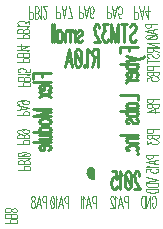
<source format=gbo>
G04 DipTrace 2.4.0.2*
%INSTM32small.gbo*%
%MOMM*%
%ADD10C,0.25*%
%ADD14C,0.114*%
%ADD50O,0.723X0.863*%
%ADD85C,0.235*%
%FSLAX53Y53*%
G04*
G71*
G90*
G75*
G01*
%LNBotSilk*%
%LPD*%
G36*
X19370Y15225D2*
X18753Y15858D1*
X19236Y16205D1*
X19363Y16048D1*
X19370Y15225D1*
G37*
D50*
X19088Y15920D3*
X19373Y15341D2*
D10*
G02X18856Y15845I68J586D01*
G01*
X19386Y15365D2*
G03X19326Y15985I-970J219D01*
G01*
X21607Y26032D2*
D85*
Y26506D1*
X23138D1*
X22336D2*
Y26215D1*
X22117Y25760D2*
X23138Y25541D1*
X23430Y25614D1*
X23576Y25687D1*
X23649Y25760D1*
Y25797D1*
X22117Y25322D2*
X23138Y25541D1*
X21607Y25087D2*
X23138D1*
X22336D2*
X22190Y25014D1*
X22117Y24941D1*
Y24832D1*
X22190Y24759D1*
X22336Y24686D1*
X22555Y24650D1*
X22700D1*
X22919Y24686D1*
X23064Y24759D1*
X23138Y24832D1*
Y24941D1*
X23064Y25014D1*
X22919Y25087D1*
X22555Y24415D2*
Y23978D1*
X22409D1*
X22262Y24014D1*
X22190Y24050D1*
X22117Y24123D1*
Y24233D1*
X22190Y24305D1*
X22336Y24378D1*
X22555Y24415D1*
X22700D1*
X22919Y24378D1*
X23064Y24305D1*
X23138Y24233D1*
Y24123D1*
X23064Y24050D1*
X22919Y23978D1*
X22117Y23742D2*
X23138D1*
X22555D2*
X22336Y23705D1*
X22190Y23633D1*
X22117Y23559D1*
Y23450D1*
X21607Y22474D2*
X23138D1*
Y22037D1*
X22117Y21364D2*
X23138D1*
X22336D2*
X22190Y21437D1*
X22117Y21510D1*
Y21619D1*
X22190Y21692D1*
X22336Y21764D1*
X22555Y21802D1*
X22700D1*
X22919Y21764D1*
X23064Y21692D1*
X23138Y21619D1*
Y21510D1*
X23064Y21437D1*
X22919Y21364D1*
X21607Y21129D2*
X23138D1*
X22336D2*
X22190Y21056D1*
X22117Y20983D1*
Y20874D1*
X22190Y20801D1*
X22336Y20728D1*
X22555Y20692D1*
X22700D1*
X22919Y20728D1*
X23064Y20801D1*
X23138Y20874D1*
Y20983D1*
X23064Y21056D1*
X22919Y21129D1*
X22336Y20056D2*
X22190Y20092D1*
X22117Y20201D1*
Y20311D1*
X22190Y20420D1*
X22336Y20457D1*
X22481Y20420D1*
X22555Y20347D1*
X22628Y20165D1*
X22700Y20092D1*
X22847Y20056D1*
X22919D1*
X23064Y20092D1*
X23138Y20201D1*
Y20311D1*
X23064Y20420D1*
X22919Y20457D1*
X21607Y19080D2*
X23138D1*
X22117Y18844D2*
X23138D1*
X22409D2*
X22190Y18735D1*
X22117Y18662D1*
Y18553D1*
X22190Y18480D1*
X22409Y18443D1*
X23138D1*
X22336Y17770D2*
X22190Y17843D1*
X22117Y17917D1*
Y18025D1*
X22190Y18099D1*
X22336Y18171D1*
X22555Y18208D1*
X22700D1*
X22919Y18171D1*
X23064Y18099D1*
X23138Y18025D1*
Y17917D1*
X23064Y17843D1*
X22919Y17770D1*
X22992Y17499D2*
X23066Y17535D1*
X23138Y17499D1*
X23066Y17462D1*
X22992Y17499D1*
X19749Y25659D2*
X19421D1*
X19312Y25733D1*
X19275Y25806D1*
X19239Y25951D1*
Y26097D1*
X19275Y26242D1*
X19312Y26316D1*
X19421Y26389D1*
X19749D1*
Y24857D1*
X19494Y25659D2*
X19239Y24857D1*
X19003Y26096D2*
X18930Y26170D1*
X18821Y26387D1*
Y24857D1*
X18549Y25004D2*
X18585Y24930D1*
X18549Y24857D1*
X18512Y24930D1*
X18549Y25004D1*
X18058Y26387D2*
X18167Y26315D1*
X18241Y26096D1*
X18277Y25732D1*
Y25513D1*
X18241Y25149D1*
X18167Y24930D1*
X18058Y24857D1*
X17985D1*
X17876Y24930D1*
X17803Y25149D1*
X17766Y25513D1*
Y25732D1*
X17803Y26096D1*
X17876Y26315D1*
X17985Y26387D1*
X18058D1*
X17803Y26096D2*
X18241Y25149D1*
X16947Y24857D2*
X17240Y26389D1*
X17531Y24857D1*
X17422Y25368D2*
X17057D1*
X22408Y28246D2*
X22481Y28392D1*
X22590Y28465D1*
X22736D1*
X22845Y28392D1*
X22919Y28246D1*
Y28101D1*
X22882Y27954D1*
X22845Y27882D1*
X22773Y27809D1*
X22554Y27663D1*
X22481Y27590D1*
X22445Y27516D1*
X22408Y27371D1*
Y27152D1*
X22481Y27008D1*
X22590Y26933D1*
X22736D1*
X22845Y27008D1*
X22919Y27152D1*
X21918Y28465D2*
Y26933D1*
X22173Y28465D2*
X21663D1*
X20844Y26933D2*
Y28465D1*
X21136Y26933D1*
X21427Y28465D1*
Y26933D1*
X20536Y28463D2*
X20136D1*
X20354Y27880D1*
X20244D1*
X20172Y27808D1*
X20136Y27735D1*
X20099Y27516D1*
Y27371D1*
X20136Y27152D1*
X20208Y27006D1*
X20318Y26933D1*
X20427D1*
X20536Y27006D1*
X20572Y27080D1*
X20609Y27225D1*
X19826Y28099D2*
Y28172D1*
X19790Y28318D1*
X19754Y28391D1*
X19681Y28463D1*
X19535D1*
X19462Y28391D1*
X19426Y28318D1*
X19389Y28172D1*
Y28027D1*
X19426Y27880D1*
X19499Y27663D1*
X19863Y26933D1*
X19353D1*
X17976Y27735D2*
X18012Y27882D1*
X18122Y27954D1*
X18231D1*
X18341Y27882D1*
X18377Y27735D1*
X18341Y27590D1*
X18267Y27516D1*
X18086Y27444D1*
X18012Y27371D1*
X17976Y27225D1*
Y27152D1*
X18012Y27008D1*
X18122Y26933D1*
X18231D1*
X18341Y27008D1*
X18377Y27152D1*
X17741Y27954D2*
Y26933D1*
Y27663D2*
X17631Y27882D1*
X17558Y27954D1*
X17449D1*
X17376Y27882D1*
X17340Y27663D1*
Y26933D1*
Y27663D2*
X17230Y27882D1*
X17157Y27954D1*
X17048D1*
X16975Y27882D1*
X16938Y27663D1*
Y26933D1*
X16266Y27954D2*
Y26933D1*
Y27735D2*
X16338Y27882D1*
X16411Y27954D1*
X16520D1*
X16593Y27882D1*
X16666Y27735D1*
X16703Y27516D1*
Y27371D1*
X16666Y27152D1*
X16593Y27008D1*
X16520Y26933D1*
X16411D1*
X16338Y27008D1*
X16266Y27152D1*
X16030Y28465D2*
Y26933D1*
X15795Y28465D2*
Y26933D1*
X23813Y15489D2*
D14*
X24834Y15295D1*
X23813Y15101D1*
Y14990D2*
X24834D1*
Y14820D1*
X24785Y14747D1*
X24688Y14698D1*
X24590Y14674D1*
X24445Y14649D1*
X24202D1*
X24056Y14674D1*
X23959Y14698D1*
X23861Y14747D1*
X23813Y14820D1*
Y14990D1*
Y14538D2*
X24834D1*
Y14368D1*
X24785Y14295D1*
X24688Y14246D1*
X24590Y14222D1*
X24445Y14198D1*
X24202D1*
X24056Y14222D1*
X23959Y14246D1*
X23861Y14295D1*
X23813Y14368D1*
Y14538D1*
X24265Y13702D2*
X24289Y13799D1*
X24338Y13897D1*
X24386Y13945D1*
X24483D1*
X24532Y13897D1*
X24580Y13799D1*
X24605Y13702D1*
X24629Y13556D1*
Y13313D1*
X24605Y13168D1*
X24580Y13070D1*
X24532Y12974D1*
X24483Y12924D1*
X24386D1*
X24338Y12974D1*
X24289Y13070D1*
X24265Y13168D1*
Y13313D1*
X24386D1*
X23813Y13945D2*
Y12924D1*
X24154Y13945D1*
Y12924D1*
X23702Y13945D2*
Y12924D1*
X23532D1*
X23459Y12974D1*
X23410Y13070D1*
X23386Y13168D1*
X23362Y13313D1*
Y13556D1*
X23386Y13702D1*
X23410Y13799D1*
X23459Y13897D1*
X23532Y13945D1*
X23702D1*
X24346Y17429D2*
Y17210D1*
X24298Y17138D1*
X24248Y17113D1*
X24152Y17089D1*
X24006D1*
X23909Y17113D1*
X23860Y17138D1*
X23811Y17210D1*
Y17429D1*
X24832D1*
Y16589D2*
X23811Y16783D1*
X24832Y16978D1*
X24492Y16905D2*
Y16662D1*
X24007Y16477D2*
X23957Y16429D1*
X23812Y16356D1*
X24832D1*
X23812Y15953D2*
Y16196D1*
X24249Y16220D1*
X24201Y16196D1*
X24152Y16123D1*
Y16050D1*
X24201Y15977D1*
X24298Y15928D1*
X24444Y15904D1*
X24540D1*
X24686Y15928D1*
X24784Y15977D1*
X24832Y16050D1*
Y16123D1*
X24784Y16196D1*
X24735Y16220D1*
X24638Y16244D1*
X24366Y19554D2*
Y19335D1*
X24318Y19263D1*
X24268Y19238D1*
X24172Y19214D1*
X24026D1*
X23929Y19238D1*
X23880Y19263D1*
X23831Y19335D1*
Y19554D1*
X24852D1*
X23831Y19103D2*
X24852D1*
Y18884D1*
X24803Y18811D1*
X24755Y18787D1*
X24658Y18763D1*
X24512D1*
X24414Y18787D1*
X24366Y18811D1*
X24318Y18884D1*
X24268Y18811D1*
X24220Y18787D1*
X24123Y18763D1*
X24026D1*
X23929Y18787D1*
X23880Y18811D1*
X23831Y18884D1*
Y19103D1*
X24318D2*
Y18884D1*
X23832Y18603D2*
Y18336D1*
X24221Y18481D1*
Y18408D1*
X24269Y18360D1*
X24318Y18336D1*
X24464Y18311D1*
X24560D1*
X24706Y18336D1*
X24804Y18384D1*
X24852Y18457D1*
Y18530D1*
X24804Y18603D1*
X24755Y18627D1*
X24658Y18652D1*
X24378Y22171D2*
Y21952D1*
X24330Y21879D1*
X24281Y21854D1*
X24184Y21830D1*
X24038D1*
X23942Y21854D1*
X23892Y21879D1*
X23844Y21952D1*
Y22171D1*
X24865D1*
X23844Y21719D2*
X24865D1*
Y21500D1*
X24815Y21427D1*
X24767Y21403D1*
X24670Y21379D1*
X24524D1*
X24427Y21403D1*
X24378Y21427D1*
X24330Y21500D1*
X24281Y21427D1*
X24232Y21403D1*
X24136Y21379D1*
X24038D1*
X23942Y21403D1*
X23892Y21427D1*
X23844Y21500D1*
Y21719D1*
X24330D2*
Y21500D1*
X24865Y21025D2*
X23845D1*
X24524Y21268D1*
Y20903D1*
X24386Y24889D2*
Y24670D1*
X24338Y24597D1*
X24289Y24573D1*
X24192Y24549D1*
X24046D1*
X23949Y24573D1*
X23900Y24597D1*
X23852Y24670D1*
Y24889D1*
X24873D1*
X23852Y24437D2*
X24873D1*
Y24218D1*
X24823Y24145D1*
X24775Y24121D1*
X24678Y24097D1*
X24532D1*
X24435Y24121D1*
X24386Y24145D1*
X24338Y24218D1*
X24289Y24145D1*
X24240Y24121D1*
X24144Y24097D1*
X24046D1*
X23949Y24121D1*
X23900Y24145D1*
X23852Y24218D1*
Y24437D1*
X24338D2*
Y24218D1*
X23853Y23695D2*
Y23937D1*
X24290Y23961D1*
X24241Y23937D1*
X24192Y23864D1*
Y23792D1*
X24241Y23719D1*
X24338Y23670D1*
X24484Y23646D1*
X24581D1*
X24727Y23670D1*
X24824Y23719D1*
X24873Y23792D1*
Y23864D1*
X24824Y23937D1*
X24775Y23961D1*
X24678Y23986D1*
X23855Y26532D2*
X24876D1*
X23855Y26872D1*
X24876D1*
X24342Y26421D2*
Y26202D1*
X24292Y26129D1*
X24244Y26105D1*
X24147Y26081D1*
X24050D1*
X23953Y26105D1*
X23904Y26129D1*
X23855Y26202D1*
Y26421D1*
X24876D1*
X24342Y26251D2*
X24876Y26081D1*
X24001Y25629D2*
X23904Y25677D1*
X23855Y25750D1*
Y25848D1*
X23904Y25921D1*
X24001Y25969D1*
X24098D1*
X24196Y25945D1*
X24244Y25921D1*
X24292Y25872D1*
X24390Y25726D1*
X24438Y25677D1*
X24488Y25653D1*
X24584Y25629D1*
X24730D1*
X24827Y25677D1*
X24876Y25750D1*
Y25848D1*
X24827Y25921D1*
X24730Y25969D1*
X23855Y25348D2*
X24876D1*
X23855Y25518D2*
Y25178D1*
X24240Y28512D2*
Y28293D1*
X24192Y28220D1*
X24142Y28196D1*
X24046Y28172D1*
X23900D1*
X23803Y28196D1*
X23754Y28220D1*
X23705Y28293D1*
Y28512D1*
X24726D1*
Y27671D2*
X23705Y27866D1*
X24726Y28060D1*
X24386Y27987D2*
Y27744D1*
X23706Y27414D2*
X23755Y27487D1*
X23901Y27536D1*
X24143Y27560D1*
X24289D1*
X24532Y27536D1*
X24678Y27487D1*
X24726Y27414D1*
Y27366D1*
X24678Y27293D1*
X24532Y27245D1*
X24289Y27220D1*
X24143D1*
X23901Y27245D1*
X23755Y27293D1*
X23706Y27366D1*
Y27414D1*
X23901Y27245D2*
X24532Y27536D1*
X22783Y29476D2*
X23002D1*
X23074Y29427D1*
X23099Y29378D1*
X23123Y29281D1*
Y29135D1*
X23099Y29039D1*
X23074Y28989D1*
X23002Y28941D1*
X22783D1*
Y29962D1*
X23623D2*
X23428Y28941D1*
X23234Y29962D1*
X23307Y29622D2*
X23550D1*
X23977Y29962D2*
Y28942D1*
X23734Y29622D1*
X24099D1*
X20466Y29491D2*
X20685D1*
X20758Y29442D1*
X20783Y29393D1*
X20807Y29296D1*
Y29150D1*
X20783Y29054D1*
X20758Y29004D1*
X20685Y28956D1*
X20466D1*
Y29977D1*
X21307D2*
X21112Y28956D1*
X20918Y29977D1*
X20991Y29637D2*
X21234D1*
X21710Y28957D2*
X21467D1*
X21443Y29394D1*
X21467Y29346D1*
X21540Y29296D1*
X21612D1*
X21685Y29346D1*
X21734Y29442D1*
X21758Y29588D1*
Y29685D1*
X21734Y29831D1*
X21685Y29929D1*
X21612Y29977D1*
X21540D1*
X21467Y29929D1*
X21443Y29879D1*
X21418Y29783D1*
X18092Y29493D2*
X18311D1*
X18384Y29445D1*
X18409Y29395D1*
X18433Y29299D1*
Y29153D1*
X18409Y29056D1*
X18384Y29007D1*
X18311Y28959D1*
X18092D1*
Y29979D1*
X18933D2*
X18738Y28959D1*
X18544Y29979D1*
X18617Y29639D2*
X18860D1*
X19335Y29105D2*
X19311Y29008D1*
X19238Y28960D1*
X19190D1*
X19117Y29008D1*
X19068Y29154D1*
X19044Y29397D1*
Y29639D1*
X19068Y29833D1*
X19117Y29931D1*
X19190Y29979D1*
X19214D1*
X19287Y29931D1*
X19335Y29833D1*
X19360Y29687D1*
Y29639D1*
X19335Y29493D1*
X19287Y29397D1*
X19214Y29348D1*
X19190D1*
X19117Y29397D1*
X19068Y29493D1*
X19044Y29639D1*
X16200Y29486D2*
X16419D1*
X16492Y29438D1*
X16516Y29389D1*
X16540Y29292D1*
Y29146D1*
X16516Y29049D1*
X16492Y29000D1*
X16419Y28952D1*
X16200D1*
Y29973D1*
X17041D2*
X16846Y28952D1*
X16652Y29973D1*
X16725Y29632D2*
X16968D1*
X17249Y29973D2*
X17492Y28953D1*
X17152D1*
X13900Y29478D2*
X14119D1*
X14191Y29430D1*
X14216Y29380D1*
X14240Y29284D1*
Y29138D1*
X14216Y29041D1*
X14191Y28992D1*
X14119Y28943D1*
X13900D1*
Y29964D1*
X14351Y28943D2*
Y29964D1*
X14570D1*
X14643Y29915D1*
X14668Y29866D1*
X14692Y29770D1*
Y29624D1*
X14668Y29526D1*
X14643Y29478D1*
X14570Y29430D1*
X14643Y29380D1*
X14668Y29332D1*
X14692Y29235D1*
Y29138D1*
X14668Y29041D1*
X14643Y28992D1*
X14570Y28943D1*
X14351D1*
Y29430D2*
X14570D1*
X14803Y29139D2*
X14852Y29089D1*
X14925Y28944D1*
Y29964D1*
X15060Y29187D2*
Y29139D1*
X15085Y29041D1*
X15109Y28993D1*
X15158Y28944D1*
X15255D1*
X15303Y28993D1*
X15327Y29041D1*
X15352Y29139D1*
Y29235D1*
X15327Y29333D1*
X15279Y29478D1*
X15036Y29964D1*
X15376D1*
X13355Y27270D2*
Y27489D1*
X13403Y27561D1*
X13453Y27586D1*
X13549Y27610D1*
X13695D1*
X13792Y27586D1*
X13841Y27561D1*
X13889Y27489D1*
Y27270D1*
X12869D1*
X13889Y27721D2*
X12869D1*
Y27940D1*
X12918Y28013D1*
X12966Y28037D1*
X13063Y28061D1*
X13209D1*
X13307Y28037D1*
X13355Y28013D1*
X13403Y27940D1*
X13453Y28013D1*
X13501Y28037D1*
X13597Y28061D1*
X13695D1*
X13792Y28037D1*
X13841Y28013D1*
X13889Y27940D1*
Y27721D1*
X13403D2*
Y27940D1*
X13694Y28172D2*
X13743Y28221D1*
X13888Y28294D1*
X12869D1*
X13888Y28454D2*
Y28721D1*
X13500Y28576D1*
Y28649D1*
X13451Y28697D1*
X13403Y28721D1*
X13257Y28746D1*
X13161D1*
X13015Y28721D1*
X12917Y28673D1*
X12869Y28600D1*
Y28527D1*
X12917Y28454D1*
X12966Y28430D1*
X13063Y28405D1*
X13364Y25262D2*
Y25481D1*
X13412Y25554D1*
X13461Y25578D1*
X13558Y25602D1*
X13704D1*
X13801Y25578D1*
X13850Y25554D1*
X13898Y25481D1*
Y25262D1*
X12877D1*
X13898Y25714D2*
X12877D1*
Y25933D1*
X12927Y26006D1*
X12975Y26030D1*
X13072Y26054D1*
X13218D1*
X13315Y26030D1*
X13364Y26006D1*
X13412Y25933D1*
X13461Y26006D1*
X13510Y26030D1*
X13606Y26054D1*
X13704D1*
X13801Y26030D1*
X13850Y26006D1*
X13898Y25933D1*
Y25714D1*
X13412D2*
Y25933D1*
X13703Y26165D2*
X13752Y26214D1*
X13897Y26287D1*
X12877D1*
Y26641D2*
X13897D1*
X13218Y26398D1*
Y26762D1*
X13376Y20740D2*
Y20959D1*
X13425Y21031D1*
X13474Y21056D1*
X13571Y21080D1*
X13717D1*
X13813Y21056D1*
X13863Y21031D1*
X13911Y20959D1*
Y20740D1*
X12890D1*
Y21581D2*
X13911Y21386D1*
X12890Y21191D1*
X13230Y21264D2*
Y21508D1*
X13571Y22008D2*
X13425Y21983D1*
X13327Y21935D1*
X13279Y21862D1*
Y21838D1*
X13327Y21765D1*
X13425Y21716D1*
X13571Y21692D1*
X13619D1*
X13765Y21716D1*
X13862Y21765D1*
X13910Y21838D1*
Y21862D1*
X13862Y21935D1*
X13765Y21983D1*
X13571Y22008D1*
X13327D1*
X13084Y21983D1*
X12938Y21935D1*
X12890Y21862D1*
Y21814D1*
X12938Y21741D1*
X13036Y21716D1*
X13402Y23242D2*
Y23461D1*
X13451Y23534D1*
X13500Y23558D1*
X13597Y23583D1*
X13743D1*
X13839Y23558D1*
X13889Y23534D1*
X13937Y23461D1*
Y23242D1*
X12916D1*
X13937Y23694D2*
X12916D1*
Y23913D1*
X12965Y23986D1*
X13014Y24010D1*
X13110Y24034D1*
X13256D1*
X13354Y24010D1*
X13402Y23986D1*
X13451Y23913D1*
X13500Y23986D1*
X13548Y24010D1*
X13645Y24034D1*
X13743D1*
X13839Y24010D1*
X13889Y23986D1*
X13937Y23913D1*
Y23694D1*
X13451D2*
Y23913D1*
X13741Y24145D2*
X13791Y24194D1*
X13936Y24267D1*
X12916D1*
X13936Y24669D2*
Y24427D1*
X13499Y24403D1*
X13547Y24427D1*
X13597Y24500D1*
Y24572D1*
X13547Y24645D1*
X13451Y24694D1*
X13305Y24718D1*
X13208D1*
X13062Y24694D1*
X12964Y24645D1*
X12916Y24572D1*
Y24500D1*
X12964Y24427D1*
X13014Y24403D1*
X13110Y24378D1*
X13414Y16134D2*
Y16353D1*
X13462Y16426D1*
X13512Y16450D1*
X13608Y16475D1*
X13754D1*
X13851Y16450D1*
X13900Y16426D1*
X13948Y16353D1*
Y16134D1*
X12928D1*
X13948Y16586D2*
X12928D1*
Y16805D1*
X12977Y16878D1*
X13025Y16902D1*
X13122Y16926D1*
X13268D1*
X13366Y16902D1*
X13414Y16878D1*
X13462Y16805D1*
X13512Y16878D1*
X13560Y16902D1*
X13656Y16926D1*
X13754D1*
X13851Y16902D1*
X13900Y16878D1*
X13948Y16805D1*
Y16586D1*
X13462D2*
Y16805D1*
X13753Y17037D2*
X13802Y17086D1*
X13947Y17159D1*
X12928D1*
X13947Y17416D2*
X13899Y17343D1*
X13753Y17294D1*
X13510Y17270D1*
X13364D1*
X13122Y17294D1*
X12976Y17343D1*
X12928Y17416D1*
Y17464D1*
X12976Y17537D1*
X13122Y17586D1*
X13364Y17610D1*
X13510D1*
X13753Y17586D1*
X13899Y17537D1*
X13947Y17464D1*
Y17416D1*
X13753Y17586D2*
X13122Y17294D1*
X12297Y11642D2*
Y11861D1*
X12345Y11934D1*
X12395Y11958D1*
X12491Y11983D1*
X12637D1*
X12734Y11958D1*
X12783Y11934D1*
X12831Y11861D1*
Y11642D1*
X11811D1*
X12831Y12094D2*
X11811D1*
Y12313D1*
X11860Y12386D1*
X11908Y12410D1*
X12005Y12434D1*
X12151D1*
X12249Y12410D1*
X12297Y12386D1*
X12345Y12313D1*
X12395Y12386D1*
X12443Y12410D1*
X12539Y12434D1*
X12637D1*
X12734Y12410D1*
X12783Y12386D1*
X12831Y12313D1*
Y12094D1*
X12345D2*
Y12313D1*
X12830Y12666D2*
X12782Y12594D1*
X12685Y12569D1*
X12588D1*
X12491Y12594D1*
X12442Y12642D1*
X12393Y12739D1*
X12345Y12812D1*
X12247Y12861D1*
X12151Y12885D1*
X12005D1*
X11908Y12861D1*
X11859Y12837D1*
X11811Y12764D1*
Y12666D1*
X11859Y12594D1*
X11908Y12569D1*
X12005Y12545D1*
X12151D1*
X12247Y12569D1*
X12345Y12618D1*
X12393Y12691D1*
X12442Y12788D1*
X12491Y12837D1*
X12588Y12861D1*
X12685D1*
X12782Y12837D1*
X12830Y12764D1*
Y12666D1*
X15344Y13390D2*
X15125D1*
X15053Y13438D1*
X15028Y13488D1*
X15004Y13584D1*
Y13730D1*
X15028Y13827D1*
X15053Y13876D1*
X15125Y13925D1*
X15344D1*
Y12904D1*
X14504D2*
X14698Y13925D1*
X14893Y12904D1*
X14820Y13244D2*
X14577D1*
X14271Y13924D2*
X14344Y13875D1*
X14368Y13779D1*
Y13681D1*
X14344Y13584D1*
X14295Y13535D1*
X14198Y13487D1*
X14125Y13438D1*
X14077Y13341D1*
X14053Y13244D1*
Y13098D1*
X14077Y13001D1*
X14101Y12952D1*
X14174Y12904D1*
X14271D1*
X14344Y12952D1*
X14368Y13001D1*
X14392Y13098D1*
Y13244D1*
X14368Y13341D1*
X14319Y13438D1*
X14247Y13487D1*
X14150Y13535D1*
X14101Y13584D1*
X14077Y13681D1*
Y13779D1*
X14101Y13875D1*
X14174Y13924D1*
X14271D1*
X17202Y13362D2*
X16983D1*
X16910Y13410D1*
X16886Y13460D1*
X16861Y13556D1*
Y13702D1*
X16886Y13799D1*
X16910Y13848D1*
X16983Y13897D1*
X17202D1*
Y12876D1*
X16361D2*
X16556Y13897D1*
X16750Y12876D1*
X16677Y13216D2*
X16434D1*
X16250Y13701D2*
X16201Y13751D1*
X16128Y13896D1*
Y12876D1*
X15871Y13896D2*
X15944Y13847D1*
X15993Y13701D1*
X16017Y13459D1*
Y13313D1*
X15993Y13070D1*
X15944Y12924D1*
X15871Y12876D1*
X15823D1*
X15750Y12924D1*
X15702Y13070D1*
X15677Y13313D1*
Y13459D1*
X15702Y13701D1*
X15750Y13847D1*
X15823Y13896D1*
X15871D1*
X15702Y13701D2*
X15993Y13070D1*
X19552Y13357D2*
X19333D1*
X19260Y13405D1*
X19236Y13455D1*
X19212Y13551D1*
Y13697D1*
X19236Y13794D1*
X19260Y13843D1*
X19333Y13891D1*
X19552D1*
Y12871D1*
X18711D2*
X18906Y13891D1*
X19100Y12871D1*
X19027Y13211D2*
X18784D1*
X18600Y13696D2*
X18551Y13745D1*
X18478Y13890D1*
Y12871D1*
X18367Y13696D2*
X18318Y13745D1*
X18245Y13890D1*
Y12871D1*
X22264Y13406D2*
X22045D1*
X21973Y13454D1*
X21948Y13504D1*
X21924Y13600D1*
Y13746D1*
X21948Y13843D1*
X21973Y13892D1*
X22045Y13940D1*
X22264D1*
Y12920D1*
X21423D2*
X21618Y13940D1*
X21813Y12920D1*
X21740Y13260D2*
X21496D1*
X21312Y13745D2*
X21263Y13794D1*
X21190Y13939D1*
Y12920D1*
X21055Y13697D2*
Y13745D1*
X21031Y13843D1*
X21006Y13891D1*
X20958Y13939D1*
X20860D1*
X20812Y13891D1*
X20788Y13843D1*
X20763Y13745D1*
Y13648D1*
X20788Y13551D1*
X20836Y13406D1*
X21079Y12920D1*
X20739D1*
X13378Y18339D2*
Y18558D1*
X13427Y18631D1*
X13476Y18655D1*
X13573Y18680D1*
X13719D1*
X13815Y18655D1*
X13865Y18631D1*
X13913Y18558D1*
Y18339D1*
X12892D1*
X13913Y18791D2*
X12892D1*
Y19010D1*
X12941Y19083D1*
X12990Y19107D1*
X13086Y19131D1*
X13232D1*
X13330Y19107D1*
X13378Y19083D1*
X13427Y19010D1*
X13476Y19083D1*
X13524Y19107D1*
X13621Y19131D1*
X13719D1*
X13815Y19107D1*
X13865Y19083D1*
X13913Y19010D1*
Y18791D1*
X13427D2*
Y19010D1*
X13573Y19558D2*
X13427Y19534D1*
X13329Y19485D1*
X13281Y19412D1*
Y19388D1*
X13329Y19315D1*
X13427Y19267D1*
X13573Y19242D1*
X13621D1*
X13767Y19267D1*
X13863Y19315D1*
X13912Y19388D1*
Y19412D1*
X13863Y19485D1*
X13767Y19534D1*
X13573Y19558D1*
X13329D1*
X13086Y19534D1*
X12940Y19485D1*
X12892Y19412D1*
Y19364D1*
X12940Y19291D1*
X13038Y19267D1*
X14212Y23826D2*
D85*
Y24300D1*
X15743D1*
X14941D2*
Y24008D1*
X14212Y23590D2*
X15743D1*
X15160Y23355D2*
Y22918D1*
X15014D1*
X14867Y22954D1*
X14795Y22990D1*
X14722Y23064D1*
Y23173D1*
X14795Y23245D1*
X14941Y23319D1*
X15160Y23355D1*
X15305D1*
X15524Y23319D1*
X15669Y23245D1*
X15743Y23173D1*
Y23064D1*
X15669Y22990D1*
X15524Y22918D1*
X14722Y22683D2*
X15743Y22282D1*
X14722D2*
X15743Y22683D1*
Y20723D2*
X14212D1*
X15743Y21014D1*
X14212Y21306D1*
X15743D1*
X14722Y20305D2*
X14795Y20378D1*
X14941Y20451D1*
X15160Y20487D1*
X15305D1*
X15524Y20451D1*
X15669Y20378D1*
X15743Y20305D1*
Y20196D1*
X15669Y20123D1*
X15524Y20050D1*
X15305Y20013D1*
X15160D1*
X14941Y20050D1*
X14795Y20123D1*
X14722Y20196D1*
Y20305D1*
X14212Y19341D2*
X15743D1*
X14941D2*
X14795Y19413D1*
X14722Y19486D1*
Y19596D1*
X14795Y19668D1*
X14941Y19742D1*
X15160Y19778D1*
X15305D1*
X15524Y19742D1*
X15669Y19668D1*
X15743Y19596D1*
Y19486D1*
X15669Y19413D1*
X15524Y19341D1*
X14722Y19105D2*
X15452D1*
X15669Y19069D1*
X15743Y18996D1*
Y18886D1*
X15669Y18814D1*
X15452Y18705D1*
X14722D2*
X15743D1*
X14212Y18469D2*
X15743D1*
X15160Y18234D2*
Y17797D1*
X15014D1*
X14867Y17833D1*
X14795Y17869D1*
X14722Y17943D1*
Y18052D1*
X14795Y18124D1*
X14941Y18198D1*
X15160Y18234D1*
X15305D1*
X15524Y18198D1*
X15669Y18124D1*
X15743Y18052D1*
Y17943D1*
X15669Y17869D1*
X15524Y17797D1*
X23219Y15651D2*
Y15724D1*
X23183Y15870D1*
X23147Y15943D1*
X23074Y16015D1*
X22928D1*
X22855Y15943D1*
X22819Y15870D1*
X22782Y15724D1*
Y15579D1*
X22819Y15432D1*
X22892Y15215D1*
X23256Y14486D1*
X22746D1*
X22292Y16015D2*
X22401Y15943D1*
X22474Y15724D1*
X22511Y15360D1*
Y15141D1*
X22474Y14777D1*
X22401Y14558D1*
X22292Y14486D1*
X22219D1*
X22110Y14558D1*
X22037Y14777D1*
X22000Y15141D1*
Y15360D1*
X22037Y15724D1*
X22110Y15943D1*
X22219Y16015D1*
X22292D1*
X22037Y15724D2*
X22474Y14777D1*
X21765Y15724D2*
X21692Y15798D1*
X21582Y16015D1*
Y14486D1*
X20910Y16015D2*
X21273D1*
X21310Y15360D1*
X21273Y15432D1*
X21164Y15507D1*
X21055D1*
X20946Y15432D1*
X20873Y15288D1*
X20836Y15069D1*
Y14924D1*
X20873Y14705D1*
X20946Y14558D1*
X21055Y14486D1*
X21164D1*
X21273Y14558D1*
X21310Y14632D1*
X21347Y14777D1*
M02*

</source>
